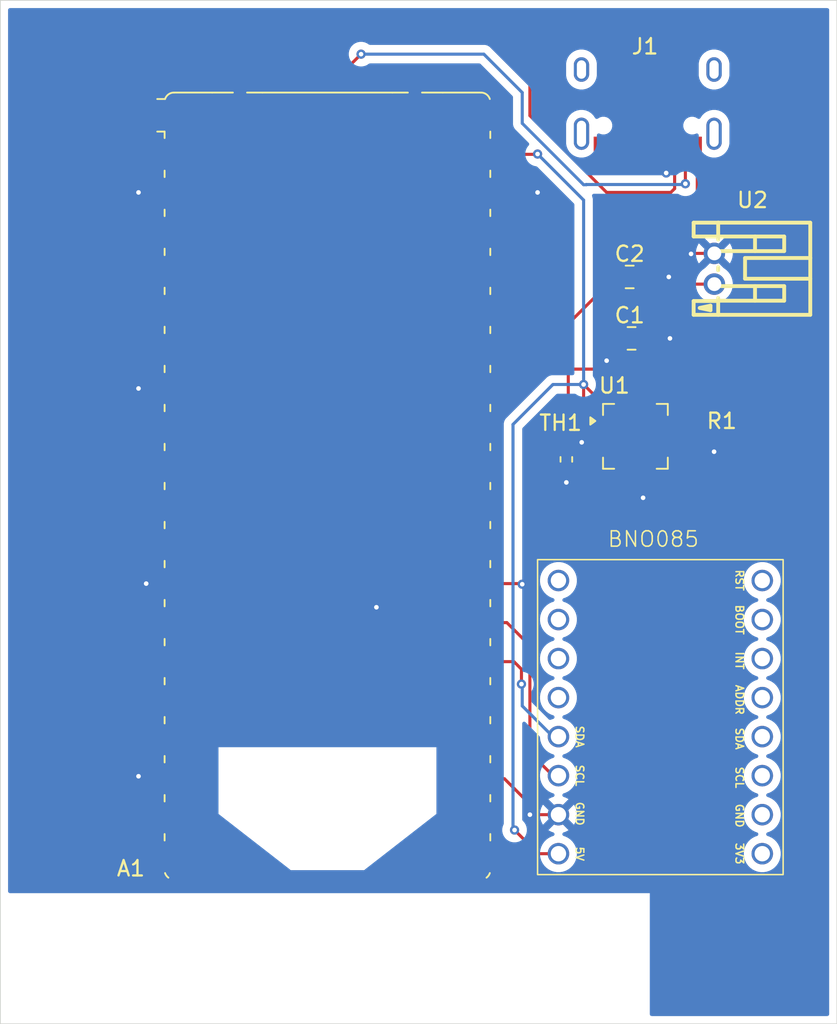
<source format=kicad_pcb>
(kicad_pcb (version 20241229) (generator "pcbnew") (generator_version "9.0")
  (layers (0 "F.Cu" signal) (2 "B.Cu" signal) (13 "F.Paste" user) (15 "B.Paste" user) (5 "F.SilkS" user "F.Silkscreen") (7 "B.SilkS" user "B.Silkscreen") (1 "F.Mask" user) (3 "B.Mask" user) (25 "Edge.Cuts" user))
  (net 0 "")
  (net 13 "Net-(A1-USB_DM)")
  (net 20 "Net-(A1-GPIO20)")
  (net 33 "Net-(A1-VSYS)")
  (net 37 "Net-(A1-USB_DP)")
  (net 40 "Net-(J1-VBUS)")
  (net 41 "Net-(U1-PROG1)")
  (net 42 "Net-(U1-THERM)")
  (net 54 "GND")
  (net 56 "Net-(A1-GPIO21)")
  (net 57 "Net-(U1-V_{BAT_SENSE})")
  (footprint "Project_Footprints:HRO-TYPE-C-31-M-12" (layer "F.Cu") (at 148.68 61.4 180)
    (property "Reference" "J1" (at 0.18 -1.1 0) (layer "F.SilkS"))
    (property "Value" "USB_C")
    (pad "" np_thru_hole circle (at -2.89 -6.25 180) (size 0.65 0.65) (drill 0.65) (layers "*.Cu" "*.Mask"))
    (pad "" np_thru_hole circle (at 2.89 -6.25 180) (size 0.65 0.65) (drill 0.65) (layers "*.Cu" "*.Mask"))
    (pad "1" smd rect (at -3.225 -7.695 180) (size 0.6 1.45) (layers "F.Cu" "F.Mask" "F.Paste") (net 40 "Net-(J1-VBUS)"))
    (pad "2" smd rect (at -2.45 -7.695 180) (size 0.6 1.45) (layers "F.Cu" "F.Mask" "F.Paste") (net 13 "Net-(A1-USB_DM)"))
    (pad "3" smd rect (at -1.75 -7.695 180) (size 0.3 1.45) (layers "F.Cu" "F.Mask" "F.Paste") (net 37 "Net-(A1-USB_DP)"))
    (pad "4" smd rect (at -1.25 -7.695 180) (size 0.3 1.45) (layers "F.Cu" "F.Mask" "F.Paste") (net 54 "GND"))
    (pad "5" smd rect (at -0.75 -7.695 180) (size 0.3 1.45) (layers "F.Cu" "F.Mask" "F.Paste") (net 54 "GND"))
    (pad "6" smd rect (at -0.25 -7.695 180) (size 0.3 1.45) (layers "F.Cu" "F.Mask" "F.Paste"))
    (pad "7" smd rect (at 0.25 -7.695 180) (size 0.3 1.45) (layers "F.Cu" "F.Mask" "F.Paste"))
    (pad "8" smd rect (at 0.75 -7.695 180) (size 0.3 1.45) (layers "F.Cu" "F.Mask" "F.Paste"))
    (pad "9" smd rect (at 1.25 -7.695 180) (size 0.3 1.45) (layers "F.Cu" "F.Mask" "F.Paste"))
    (pad "10" smd rect (at 1.75 -7.695 180) (size 0.3 1.45) (layers "F.Cu" "F.Mask" "F.Paste"))
    (pad "11" smd rect (at 2.45 -7.695 180) (size 0.6 1.45) (layers "F.Cu" "F.Mask" "F.Paste"))
    (pad "12" smd rect (at 3.225 -7.695 180) (size 0.6 1.45) (layers "F.Cu" "F.Mask" "F.Paste"))
    (pad "13" thru_hole oval (at -4.32 -6.78 180) (size 1 2.1) (drill oval 0.6 1.7) (layers "*.Cu" "B.Mask"))
    (pad "13" thru_hole oval (at -4.32 -2.6 180) (size 1 1.6) (drill oval 0.6 1.2) (layers "*.Cu" "B.Mask"))
    (pad "13" thru_hole oval (at 4.32 -6.78 180) (size 1 2.1) (drill oval 0.6 1.7) (layers "*.Cu" "B.Mask"))
    (pad "13" thru_hole oval (at 4.32 -2.6 180) (size 1 1.6) (drill oval 0.6 1.2) (layers "*.Cu" "B.Mask"))
  )
  (footprint "Resistor_SMD:R_0402_1005Metric" (layer "F.Cu") (at 143.375 89.375 90)
    (property "Reference" "TH1" (at 2.375 -0.375 180) (layer "F.SilkS"))
    (property "Value" "10kΩ")
    (fp_line (start -0.153641 -0.38) (end 0.153641 -0.38) (stroke (width 0.12)) (layer "F.SilkS"))
    (fp_line (start -0.153641 0.38) (end 0.153641 0.38) (stroke (width 0.12)) (layer "F.SilkS"))
    (pad "1" smd roundrect (at -0.51 0 90) (size 0.54 0.64) (layers "F.Cu" "F.Mask" "F.Paste") (net 54 "GND"))
    (pad "2" smd roundrect (at 0.51 0 90) (size 0.54 0.64) (layers "F.Cu" "F.Mask" "F.Paste") (net 42 "Net-(U1-THERM)"))
  )
  (footprint "Project_Footprints:BNO085 Halley" (layer "F.Cu") (at 156.14 97.26 -90)
    (property "Reference" "BNO085_Halley1")
    (property "Value" "~")
    (fp_rect (start -1.36 -1.36) (end 19.14 14.64) (stroke (width 0.1)) (fill no) (layer "F.SilkS"))
    (fp_text user "INT" (at 4.572 1.778 270) (layer "F.SilkS") (effects (font (size 0.5 0.5) (thickness 0.1)) (justify left bottom)))
    (fp_text user "5V" (at 17.272 12.192 270) (layer "F.SilkS") (effects (font (size 0.5 0.5) (thickness 0.1)) (justify left bottom)))
    (fp_text user "BNO085" (at -2.11 10.14 0) (layer "F.SilkS") (effects (font (thickness 0.1)) (justify left bottom)))
    (fp_text user "GND" (at 14.351 12.192 270) (layer "F.SilkS") (effects (font (size 0.5 0.5) (thickness 0.1)) (justify left bottom)))
    (fp_text user "ADDR" (at 6.731 1.778 270) (layer "F.SilkS") (effects (font (size 0.5 0.5) (thickness 0.1)) (justify left bottom)))
    (fp_text user "BOOT" (at 1.524 1.778 270) (layer "F.SilkS") (effects (font (size 0.5 0.5) (thickness 0.1)) (justify left bottom)))
    (fp_text user "SDA" (at 9.525 1.778 270) (layer "F.SilkS") (effects (font (size 0.5 0.5) (thickness 0.1)) (justify left bottom)))
    (fp_text user "SCL" (at 12.065 1.778 270) (layer "F.SilkS") (effects (font (size 0.5 0.5) (thickness 0.1)) (justify left bottom)))
    (fp_text user "SDA" (at 9.398 12.192 270) (layer "F.SilkS") (effects (font (size 0.5 0.5) (thickness 0.1)) (justify left bottom)))
    (fp_text user "SCL" (at 11.938 12.192 270) (layer "F.SilkS") (effects (font (size 0.5 0.5) (thickness 0.1)) (justify left bottom)))
    (fp_text user "RST" (at -0.762 1.778 270) (layer "F.SilkS") (effects (font (size 0.5 0.5) (thickness 0.1)) (justify left bottom)))
    (fp_text user "3V3" (at 17.018 1.778 270) (layer "F.SilkS") (effects (font (size 0.5 0.5) (thickness 0.1)) (justify left bottom)))
    (fp_text user "GND" (at 14.478 1.778 270) (layer "F.SilkS") (effects (font (size 0.5 0.5) (thickness 0.1)) (justify left bottom)))
    (pad "1" thru_hole circle (at 0 0 270) (size 1.4 1.4) (drill 1) (layers "*.Cu" "*.Mask"))
    (pad "2" thru_hole circle (at 2.54 0 270) (size 1.4 1.4) (drill 1) (layers "*.Cu" "*.Mask"))
    (pad "3" thru_hole circle (at 5.08 0 270) (size 1.4 1.4) (drill 1) (layers "*.Cu" "*.Mask"))
    (pad "4" thru_hole circle (at 7.62 0 270) (size 1.4 1.4) (drill 1) (layers "*.Cu" "*.Mask"))
    (pad "5" thru_hole circle (at 10.16 0 270) (size 1.4 1.4) (drill 1) (layers "*.Cu" "*.Mask"))
    (pad "6" thru_hole circle (at 12.7 0 270) (size 1.4 1.4) (drill 1) (layers "*.Cu" "*.Mask"))
    (pad "7" thru_hole circle (at 15.24 0 270) (size 1.4 1.4) (drill 1) (layers "*.Cu" "*.Mask"))
    (pad "8" thru_hole circle (at 17.78 0 270) (size 1.4 1.4) (drill 1) (layers "*.Cu" "*.Mask"))
    (pad "9" thru_hole circle (at 0 13.28 270) (size 1.4 1.4) (drill 1) (layers "*.Cu" "*.Mask"))
    (pad "10" thru_hole circle (at 2.54 13.28 270) (size 1.4 1.4) (drill 1) (layers "*.Cu" "*.Mask"))
    (pad "11" thru_hole circle (at 5.08 13.28 270) (size 1.4 1.4) (drill 1) (layers "*.Cu" "*.Mask"))
    (pad "12" thru_hole circle (at 7.62 13.28 270) (size 1.4 1.4) (drill 1) (layers "*.Cu" "*.Mask"))
    (pad "13" thru_hole circle (at 10.16 13.28 270) (size 1.4 1.4) (drill 1) (layers "*.Cu" "*.Mask") (net 20 "Net-(A1-GPIO20)"))
    (pad "14" thru_hole circle (at 12.7 13.28 270) (size 1.4 1.4) (drill 1) (layers "*.Cu" "*.Mask") (net 56 "Net-(A1-GPIO21)"))
    (pad "15" thru_hole circle (at 15.24 13.28 270) (size 1.4 1.4) (drill 1) (layers "*.Cu" "*.Mask") (net 54 "GND"))
    (pad "16" thru_hole circle (at 17.78 13.28 270) (size 1.4 1.4) (drill 1) (layers "*.Cu" "*.Mask") (net 33 "Net-(A1-VSYS)"))
  )
  (footprint "Resistor_SMD:R_0201_0603Metric" (layer "F.Cu") (at 151.875 87.875 180)
    (property "Reference" "R1" (at -1.625 1 0) (layer "F.SilkS"))
    (property "Value" "2K")
    (pad "1" smd roundrect (at -0.32 0 180) (size 0.46 0.4) (layers "F.Cu" "F.Mask") (net 54 "GND"))
    (pad "2" smd roundrect (at 0.32 0 180) (size 0.46 0.4) (layers "F.Cu" "F.Mask") (net 41 "Net-(U1-PROG1)"))
  )
  (footprint "Capacitor_SMD:C_0805_2012Metric" (layer "F.Cu") (at 147.625 81.5)
    (property "Reference" "C1" (at -0.125 -1.5 0) (layer "F.SilkS"))
    (property "Value" "4.7uF")
    (fp_line (start -0.261252 -0.735) (end 0.261252 -0.735) (stroke (width 0.12)) (layer "F.SilkS"))
    (fp_line (start -0.261252 0.735) (end 0.261252 0.735) (stroke (width 0.12)) (layer "F.SilkS"))
    (pad "1" smd roundrect (at -0.95 0) (size 1 1.45) (layers "F.Cu" "F.Mask" "F.Paste") (net 57 "Net-(U1-V_{BAT_SENSE})"))
    (pad "2" smd roundrect (at 0.95 0) (size 1 1.45) (layers "F.Cu" "F.Mask" "F.Paste") (net 54 "GND"))
  )
  (footprint "Capacitor_SMD:C_0805_2012Metric" (layer "F.Cu") (at 147.5 77.5 180)
    (property "Reference" "C2" (at 0 1.5 0) (layer "F.SilkS"))
    (property "Value" "10uF")
    (fp_line (start -0.261252 0.735) (end 0.261252 0.735) (stroke (width 0.12)) (layer "F.SilkS"))
    (fp_line (start -0.261252 -0.735) (end 0.261252 -0.735) (stroke (width 0.12)) (layer "F.SilkS"))
    (pad "1" smd roundrect (at -0.95 0 180) (size 1 1.45) (layers "F.Cu" "F.Mask" "F.Paste") (net 54 "GND"))
    (pad "2" smd roundrect (at 0.95 0 180) (size 1 1.45) (layers "F.Cu" "F.Mask" "F.Paste") (net 40 "Net-(J1-VBUS)"))
  )
  (footprint "Package_DFN_QFN:QFN-20-1EP_4x4mm_P0.5mm_EP2.5x2.5mm" (layer "F.Cu") (at 147.875 87.875)
    (property "Reference" "U1" (at -1.375 -3.3 0) (layer "F.SilkS"))
    (property "Value" "MCP73871")
    (fp_line (start -2.11 -2.11) (end -1.385 -2.11) (stroke (width 0.12)) (layer "F.SilkS"))
    (fp_line (start -2.11 -1.385) (end -2.11 -2.11) (stroke (width 0.12)) (layer "F.SilkS"))
    (fp_line (start -2.11 2.11) (end -2.11 1.385) (stroke (width 0.12)) (layer "F.SilkS"))
    (fp_line (start -1.385 2.11) (end -2.11 2.11) (stroke (width 0.12)) (layer "F.SilkS"))
    (fp_line (start 1.385 -2.11) (end 2.11 -2.11) (stroke (width 0.12)) (layer "F.SilkS"))
    (fp_line (start 2.11 -2.11) (end 2.11 -1.385) (stroke (width 0.12)) (layer "F.SilkS"))
    (fp_line (start 2.11 1.385) (end 2.11 2.11) (stroke (width 0.12)) (layer "F.SilkS"))
    (fp_line (start 2.11 2.11) (end 1.385 2.11) (stroke (width 0.12)) (layer "F.SilkS"))
    (fp_poly (pts (xy -2.61 -1) (xy -2.94 -0.76) (xy -2.94 -1.24)) (stroke (width 0.12)) (fill yes) (layer "F.SilkS"))
    (pad "1" smd roundrect (at -1.9375 -1) (size 0.825 0.25) (layers "F.Cu" "F.Mask" "F.Paste") (net 33 "Net-(A1-VSYS)"))
    (pad "2" smd roundrect (at -1.9375 -0.5) (size 0.825 0.25) (layers "F.Cu" "F.Mask" "F.Paste") (net 40 "Net-(J1-VBUS)"))
    (pad "3" smd roundrect (at -1.9375 0) (size 0.825 0.25) (layers "F.Cu" "F.Mask" "F.Paste") (net 54 "GND"))
    (pad "4" smd roundrect (at -1.9375 0.5) (size 0.825 0.25) (layers "F.Cu" "F.Mask" "F.Paste") (net 54 "GND"))
    (pad "5" smd roundrect (at -1.9375 1) (size 0.825 0.25) (layers "F.Cu" "F.Mask" "F.Paste") (net 42 "Net-(U1-THERM)"))
    (pad "6" smd roundrect (at -1 1.9375) (size 0.25 0.825) (layers "F.Cu" "F.Mask" "F.Paste"))
    (pad "7" smd roundrect (at -0.5 1.9375) (size 0.25 0.825) (layers "F.Cu" "F.Mask" "F.Paste"))
    (pad "8" smd roundrect (at 0 1.9375) (size 0.25 0.825) (layers "F.Cu" "F.Mask" "F.Paste"))
    (pad "9" smd roundrect (at 0.5 1.9375) (size 0.25 0.825) (layers "F.Cu" "F.Mask" "F.Paste") (net 54 "GND"))
    (pad "10" smd roundrect (at 1 1.9375) (size 0.25 0.825) (layers "F.Cu" "F.Mask" "F.Paste") (net 54 "GND"))
    (pad "11" smd roundrect (at 1.9375 1) (size 0.825 0.25) (layers "F.Cu" "F.Mask" "F.Paste") (net 54 "GND"))
    (pad "12" smd roundrect (at 1.9375 0.5) (size 0.825 0.25) (layers "F.Cu" "F.Mask" "F.Paste") (net 54 "GND"))
    (pad "13" smd roundrect (at 1.9375 0) (size 0.825 0.25) (layers "F.Cu" "F.Mask" "F.Paste") (net 41 "Net-(U1-PROG1)"))
    (pad "14" smd roundrect (at 1.9375 -0.5) (size 0.825 0.25) (layers "F.Cu" "F.Mask" "F.Paste") (net 57 "Net-(U1-V_{BAT_SENSE})"))
    (pad "15" smd roundrect (at 1.9375 -1) (size 0.825 0.25) (layers "F.Cu" "F.Mask" "F.Paste") (net 57 "Net-(U1-V_{BAT_SENSE})"))
    (pad "16" smd roundrect (at 1 -1.9375) (size 0.25 0.825) (layers "F.Cu" "F.Mask" "F.Paste") (net 57 "Net-(U1-V_{BAT_SENSE})"))
    (pad "17" smd roundrect (at 0.5 -1.9375) (size 0.25 0.825) (layers "F.Cu" "F.Mask" "F.Paste") (net 54 "GND"))
    (pad "18" smd roundrect (at 0 -1.9375) (size 0.25 0.825) (layers "F.Cu" "F.Mask" "F.Paste") (net 40 "Net-(J1-VBUS)"))
    (pad "19" smd roundrect (at -0.5 -1.9375) (size 0.25 0.825) (layers "F.Cu" "F.Mask" "F.Paste") (net 40 "Net-(J1-VBUS)"))
    (pad "20" smd roundrect (at -1 -1.9375) (size 0.25 0.825) (layers "F.Cu" "F.Mask" "F.Paste") (net 33 "Net-(A1-VSYS)"))
    (pad "21" smd rect (at 0 0) (size 2.5 2.5) (property pad_prop_heatsink) (layers "F.Cu" "F.Mask") (net 54 "GND"))
  )
  (footprint "PCM_JLCPCB_Connectors:CONN-TH_S2B-PH-K-S-GW" (layer "F.Cu") (at 153.0175 76.9675 -90)
    (property "Reference" "U2" (at -4.4675 -2.4825 180) (layer "F.SilkS"))
    (property "Value" "S2B-PH-K-S-GW")
    (fp_line (start -3 1.35) (end -2.1 1.35) (stroke (width 0.25)) (layer "F.SilkS"))
    (fp_line (start -2.1 1.35) (end -2.1 -0.25) (stroke (width 0.25)) (layer "F.SilkS"))
    (fp_line (start 2.1 1.35) (end 2.1 -0.25) (stroke (width 0.25)) (layer "F.SilkS"))
    (fp_line (start 3 1.35) (end 2.1 1.35) (stroke (width 0.25)) (layer "F.SilkS"))
    (fp_line (start 2.55 0.95) (end 2.4 0.25) (stroke (width 0.25)) (layer "F.SilkS"))
    (fp_line (start 2.4 0.25) (end 2.7 0.25) (stroke (width 0.25)) (layer "F.SilkS"))
    (fp_line (start 2.7 0.25) (end 2.55 0.95) (stroke (width 0.25)) (layer "F.SilkS"))
    (fp_line (start -3 -0.25) (end -3 1.35) (stroke (width 0.25)) (layer "F.SilkS"))
    (fp_line (start -3 -0.25) (end -1.9 -0.25) (stroke (width 0.25)) (layer "F.SilkS"))
    (fp_line (start -3 -0.25) (end -3 -6.25) (stroke (width 0.25)) (layer "F.SilkS"))
    (fp_line (start -2.1 -0.25) (end -2.1 -4.55) (stroke (width 0.25)) (layer "F.SilkS"))
    (fp_line (start -0.1 -0.25) (end 0.1 -0.25) (stroke (width 0.25)) (layer "F.SilkS"))
    (fp_line (start 1.13 -0.25) (end 1.13 -4.55) (stroke (width 0.25)) (layer "F.SilkS"))
    (fp_line (start 1.9 -0.25) (end 3 -0.25) (stroke (width 0.25)) (layer "F.SilkS"))
    (fp_line (start 3 -0.25) (end 3 1.35) (stroke (width 0.25)) (layer "F.SilkS"))
    (fp_line (start -0.7 -2) (end 0.65 -2) (stroke (width 0.25)) (layer "F.SilkS"))
    (fp_line (start 0.65 -2) (end 0.65 -6.25) (stroke (width 0.25)) (layer "F.SilkS"))
    (fp_line (start -2.1 -2.65) (end -1.15 -2.65) (stroke (width 0.25)) (layer "F.SilkS"))
    (fp_line (start 1.13 -2.65) (end 2.08 -2.65) (stroke (width 0.25)) (layer "F.SilkS"))
    (fp_line (start -2.1 -4.55) (end -1.15 -4.55) (stroke (width 0.25)) (layer "F.SilkS"))
    (fp_line (start -1.15 -4.55) (end -1.15 -0.25) (stroke (width 0.25)) (layer "F.SilkS"))
    (fp_line (start 1.13 -4.55) (end 2.08 -4.55) (stroke (width 0.25)) (layer "F.SilkS"))
    (fp_line (start 2.08 -4.55) (end 2.08 -0.25) (stroke (width 0.25)) (layer "F.SilkS"))
    (fp_line (start -3 -6.25) (end 3 -6.25) (stroke (width 0.25)) (layer "F.SilkS"))
    (fp_line (start -0.7 -6.25) (end -0.7 -2) (stroke (width 0.25)) (layer "F.SilkS"))
    (fp_line (start -0.7 -6.25) (end -0.7 -6.25) (stroke (width 0.25)) (layer "F.SilkS"))
    (fp_line (start 3 -6.25) (end 3 -0.25) (stroke (width 0.25)) (layer "F.SilkS"))
    (pad "1" thru_hole circle (at 1 0 270) (size 1.4 1.4) (drill 0.900024) (layers "*.Cu" "*.Mask") (net 57 "Net-(U1-V_{BAT_SENSE})"))
    (pad "2" thru_hole circle (at -1 0 270) (size 1.4 1.4) (drill 0.900024) (layers "*.Cu" "*.Mask") (net 54 "GND"))
  )
  (footprint "Module:RaspberryPi_Pico_W_SMD" (layer "F.Cu") (at 127.81 91.11)
    (property "Reference" "A1" (at -13.81 24.89 0) (layer "F.SilkS") (effects (justify left)))
    (property "Value" "RaspberryPi_Pico_W")
    (fp_line (start -10.61 -23.07) (end -11.09 -23.07) (stroke (width 0.12)) (layer "F.SilkS"))
    (fp_line (start -10.61 -23.07) (end -10.61 -22.65) (stroke (width 0.12)) (layer "F.SilkS"))
    (fp_line (start -10.61 -20.53) (end -10.61 -20.11) (stroke (width 0.12)) (layer "F.SilkS"))
    (fp_line (start -10.61 -17.99) (end -10.61 -17.57) (stroke (width 0.12)) (layer "F.SilkS"))
    (fp_line (start -10.61 -15.45) (end -10.61 -15.03) (stroke (width 0.12)) (layer "F.SilkS"))
    (fp_line (start -10.61 -12.91) (end -10.61 -12.49) (stroke (width 0.12)) (layer "F.SilkS"))
    (fp_line (start -10.61 -10.37) (end -10.61 -9.95) (stroke (width 0.12)) (layer "F.SilkS"))
    (fp_line (start -10.61 -7.83) (end -10.61 -7.41) (stroke (width 0.12)) (layer "F.SilkS"))
    (fp_line (start -10.61 -5.29) (end -10.61 -4.87) (stroke (width 0.12)) (layer "F.SilkS"))
    (fp_line (start -10.61 -2.75) (end -10.61 -2.33) (stroke (width 0.12)) (layer "F.SilkS"))
    (fp_line (start -10.61 -0.21) (end -10.61 0.21) (stroke (width 0.12)) (layer "F.SilkS"))
    (fp_line (start -10.61 2.33) (end -10.61 2.75) (stroke (width 0.12)) (layer "F.SilkS"))
    (fp_line (start -10.61 4.87) (end -10.61 5.29) (stroke (width 0.12)) (layer "F.SilkS"))
    (fp_line (start -10.61 7.41) (end -10.61 7.83) (stroke (width 0.12)) (layer "F.SilkS"))
    (fp_line (start -10.61 9.95) (end -10.61 10.37) (stroke (width 0.12)) (layer "F.SilkS"))
    (fp_line (start -10.61 12.49) (end -10.61 12.91) (stroke (width 0.12)) (layer "F.SilkS"))
    (fp_line (start -10.61 15.03) (end -10.61 15.45) (stroke (width 0.12)) (layer "F.SilkS"))
    (fp_line (start -10.61 17.57) (end -10.61 17.99) (stroke (width 0.12)) (layer "F.SilkS"))
    (fp_line (start -10.61 20.11) (end -10.61 20.53) (stroke (width 0.12)) (layer "F.SilkS"))
    (fp_line (start -10.61 22.65) (end -10.61 23.07) (stroke (width 0.12)) (layer "F.SilkS"))
    (fp_line (start -10.579676 -25.19) (end -11.09 -25.19) (stroke (width 0.12)) (layer "F.SilkS"))
    (fp_line (start -10 -25.61) (end -7.51 -25.61) (stroke (width 0.12)) (layer "F.SilkS"))
    (fp_line (start -7.51 -25.61) (end -6.16206 -25.61) (stroke (width 0.12)) (layer "F.SilkS"))
    (fp_line (start -5.237939 -25.61) (end -4.235 -25.61) (stroke (width 0.12)) (layer "F.SilkS"))
    (fp_line (start -4.235 -25.61) (end 4.235 -25.61) (stroke (width 0.12)) (layer "F.SilkS"))
    (fp_line (start 4.235 -25.61) (end 5.237939 -25.61) (stroke (width 0.12)) (layer "F.SilkS"))
    (fp_line (start 6.162061 -25.61) (end 7.51 -25.61) (stroke (width 0.12)) (layer "F.SilkS"))
    (fp_line (start 10 -25.61) (end 7.51 -25.61) (stroke (width 0.12)) (layer "F.SilkS"))
    (fp_line (start 10.61 -23.07) (end 10.61 -22.65) (stroke (width 0.12)) (layer "F.SilkS"))
    (fp_line (start 10.61 -20.53) (end 10.61 -20.11) (stroke (width 0.12)) (layer "F.SilkS"))
    (fp_line (start 10.61 -17.99) (end 10.61 -17.57) (stroke (width 0.12)) (layer "F.SilkS"))
    (fp_line (start 10.61 -15.45) (end 10.61 -15.03) (stroke (width 0.12)) (layer "F.SilkS"))
    (fp_line (start 10.61 -12.91) (end 10.61 -12.49) (stroke (width 0.12)) (layer "F.SilkS"))
    (fp_line (start 10.61 -10.37) (end 10.61 -9.95) (stroke (width 0.12)) (layer "F.SilkS"))
    (fp_line (start 10.61 -7.83) (end 10.61 -7.41) (stroke (width 0.12)) (layer "F.SilkS"))
    (fp_line (start 10.61 -5.29) (end 10.61 -4.87) (stroke (width 0.12)) (layer "F.SilkS"))
    (fp_line (start 10.61 -2.75) (end 10.61 -2.33) (stroke (width 0.12)) (layer "F.SilkS"))
    (fp_line (start 10.61 -0.21) (end 10.61 0.21) (stroke (width 0.12)) (layer "F.SilkS"))
    (fp_line (start 10.61 2.33) (end 10.61 2.75) (stroke (width 0.12)) (layer "F.SilkS"))
    (fp_line (start 10.61 4.87) (end 10.61 5.29) (stroke (width 0.12)) (layer "F.SilkS"))
    (fp_line (start 10.61 7.41) (end 10.61 7.83) (stroke (width 0.12)) (layer "F.SilkS"))
    (fp_line (start 10.61 9.95) (end 10.61 10.37) (stroke (width 0.12)) (layer "F.SilkS"))
    (fp_line (start 10.61 12.49) (end 10.61 12.91) (stroke (width 0.12)) (layer "F.SilkS"))
    (fp_line (start 10.61 15.03) (end 10.61 15.45) (stroke (width 0.12)) (layer "F.SilkS"))
    (fp_line (start 10.61 17.57) (end 10.61 17.99) (stroke (width 0.12)) (layer "F.SilkS"))
    (fp_line (start 10.61 20.11) (end 10.61 20.53) (stroke (width 0.12)) (layer "F.SilkS"))
    (fp_line (start 10.61 22.65) (end 10.61 23.07) (stroke (width 0.12)) (layer "F.SilkS"))
    (fp_arc (start -10.579676 -25.19) (mid -10.357938 -25.493944) (end -10 -25.61) (stroke (width 0.12)) (layer "F.SilkS"))
    (fp_arc (start -10.363318 25.49) (mid -10.494791 25.356765) (end -10.579676 25.189937) (stroke (width 0.12)) (layer "F.SilkS"))
    (fp_arc (start 10 -25.61) (mid 10.357937 -25.493944) (end 10.579676 -25.189937) (stroke (width 0.12)) (layer "F.SilkS"))
    (fp_arc (start 10.579676 25.189937) (mid 10.494813 25.35678) (end 10.363318 25.49) (stroke (width 0.12)) (layer "F.SilkS"))
    (pad "" smd rect (at -8.89 -24.13) (size 3.8 2.2) (drill (offset -0.8 0)) (layers "F.Paste"))
    (pad "" smd rect (at -8.89 -21.59) (size 3.8 2.2) (drill (offset -0.8 0)) (layers "F.Paste"))
    (pad "" smd rect (at -8.89 -19.05) (size 3.8 2.2) (drill (offset -0.8 0)) (layers "F.Paste"))
    (pad "" smd rect (at -8.89 -16.51) (size 3.8 2.2) (drill (offset -0.8 0)) (layers "F.Paste"))
    (pad "" smd rect (at -8.89 -13.97) (size 3.8 2.2) (drill (offset -0.8 0)) (layers "F.Paste"))
    (pad "" smd rect (at -8.89 -11.43) (size 3.8 2.2) (drill (offset -0.8 0)) (layers "F.Paste"))
    (pad "" smd rect (at -8.89 -8.89) (size 3.8 2.2) (drill (offset -0.8 0)) (layers "F.Paste"))
    (pad "" smd rect (at -8.89 -6.35) (size 3.8 2.2) (drill (offset -0.8 0)) (layers "F.Paste"))
    (pad "" smd rect (at -8.89 -3.81) (size 3.8 2.2) (drill (offset -0.8 0)) (layers "F.Paste"))
    (pad "" smd rect (at -8.89 -1.27) (size 3.8 2.2) (drill (offset -0.8 0)) (layers "F.Paste"))
    (pad "" smd rect (at -8.89 1.27) (size 3.8 2.2) (drill (offset -0.8 0)) (layers "F.Paste"))
    (pad "" smd rect (at -8.89 3.81) (size 3.8 2.2) (drill (offset -0.8 0)) (layers "F.Paste"))
    (pad "" smd rect (at -8.89 6.35) (size 3.8 2.2) (drill (offset -0.8 0)) (layers "F.Paste"))
    (pad "" smd rect (at -8.89 8.89) (size 3.8 2.2) (drill (offset -0.8 0)) (layers "F.Paste"))
    (pad "" smd rect (at -8.89 11.43) (size 3.8 2.2) (drill (offset -0.8 0)) (layers "F.Paste"))
    (pad "" smd rect (at -8.89 13.97) (size 3.8 2.2) (drill (offset -0.8 0)) (layers "F.Paste"))
    (pad "" smd rect (at -8.89 16.51) (size 3.8 2.2) (drill (offset -0.8 0)) (layers "F.Paste"))
    (pad "" smd rect (at -8.89 19.05) (size 3.8 2.2) (drill (offset -0.8 0)) (layers "F.Paste"))
    (pad "" smd rect (at -8.89 21.59) (size 3.8 2.2) (drill (offset -0.8 0)) (layers "F.Paste"))
    (pad "" smd rect (at -8.89 24.13) (size 3.8 2.2) (drill (offset -0.8 0)) (layers "F.Paste"))
    (pad "" smd oval (at -2.725 -24) (size 1.1 1.8) (layers "F.Cu" "F.Mask" "F.Paste"))
    (pad "" smd oval (at -2.425 -20.97) (size 1.05 1.45) (layers "F.Cu" "F.Mask" "F.Paste"))
    (pad "" smd oval (at 2.425 -20.97) (size 1.05 1.45) (layers "F.Cu" "F.Mask" "F.Paste"))
    (pad "" smd oval (at 2.725 -24) (size 1.1 1.8) (layers "F.Cu" "F.Mask" "F.Paste"))
    (pad "" smd rect (at 8.89 -24.13) (size 3.8 2.2) (drill (offset 0.8 0)) (layers "F.Paste"))
    (pad "" smd rect (at 8.89 -21.59) (size 3.8 2.2) (drill (offset 0.8 0)) (layers "F.Paste"))
    (pad "" smd rect (at 8.89 -19.05) (size 3.8 2.2) (drill (offset 0.8 0)) (layers "F.Paste"))
    (pad "" smd rect (at 8.89 -16.51) (size 3.8 2.2) (drill (offset 0.8 0)) (layers "F.Paste"))
    (pad "" smd rect (at 8.89 -13.97) (size 3.8 2.2) (drill (offset 0.8 0)) (layers "F.Paste"))
    (pad "" smd rect (at 8.89 -11.43) (size 3.8 2.2) (drill (offset 0.8 0)) (layers "F.Paste"))
    (pad "" smd rect (at 8.89 -8.89) (size 3.8 2.2) (drill (offset 0.8 0)) (layers "F.Paste"))
    (pad "" smd rect (at 8.89 -6.35) (size 3.8 2.2) (drill (offset 0.8 0)) (layers "F.Paste"))
    (pad "" smd rect (at 8.89 -3.81) (size 3.8 2.2) (drill (offset 0.8 0)) (layers "F.Paste"))
    (pad "" smd rect (at 8.89 -1.27) (size 3.8 2.2) (drill (offset 0.8 0)) (layers "F.Paste"))
    (pad "" smd rect (at 8.89 1.27) (size 3.8 2.2) (drill (offset 0.8 0)) (layers "F.Paste"))
    (pad "" smd rect (at 8.89 3.81) (size 3.8 2.2) (drill (offset 0.8 0)) (layers "F.Paste"))
    (pad "" smd rect (at 8.89 6.35) (size 3.8 2.2) (drill (offset 0.8 0)) (layers "F.Paste"))
    (pad "" smd rect (at 8.89 8.89) (size 3.8 2.2) (drill (offset 0.8 0)) (layers "F.Paste"))
    (pad "" smd rect (at 8.89 11.43) (size 3.8 2.2) (drill (offset 0.8 0)) (layers "F.Paste"))
    (pad "" smd rect (at 8.89 13.97) (size 3.8 2.2) (drill (offset 0.8 0)) (layers "F.Paste"))
    (pad "" smd rect (at 8.89 16.51) (size 3.8 2.2) (drill (offset 0.8 0)) (layers "F.Paste"))
    (pad "" smd rect (at 8.89 19.05) (size 3.8 2.2) (drill (offset 0.8 0)) (layers "F.Paste"))
    (pad "" smd rect (at 8.89 21.59) (size 3.8 2.2) (drill (offset 0.8 0)) (layers "F.Paste"))
    (pad "" smd rect (at 8.89 24.13) (size 3.8 2.2) (drill (offset 0.8 0)) (layers "F.Paste"))
    (pad "1" smd custom (at -9.69 -24.13) (size 1.6 0.8) (layers "F.Cu" "F.Mask") (options (clearance outline) (anchor rect)) (primitives (gr_circle (center 0.8 0) (end 1.6 0) (width 0) (fill yes)) (gr_poly (pts (xy -1.6 -0.6) (xy -1.6 0.6) (xy -1.4 0.8) (xy 0.8 0.8) (xy 0.8 -0.8) (xy -1.4 -0.8)) (width 0) (fill yes)) (gr_circle (center -1.4 -0.6) (end -1.2 -0.6) (width 0) (fill yes)) (gr_circle (center -1.4 0.6) (end -1.2 0.6) (width 0) (fill yes))))
    (pad "2" smd roundrect (at -9.69 -21.59) (size 3.2 1.6) (layers "F.Cu" "F.Mask") (roundrect_rratio 0.5))
    (pad "3" smd custom (at -9.69 -19.05) (size 1.6 0.8) (layers "F.Cu" "F.Mask") (net 54 "GND") (options (clearance outline) (anchor rect)) (primitives (gr_circle (center -0.8 0) (end 0 0) (width 0) (fill yes)) (gr_poly (pts (xy 1.6 -0.6) (xy 1.6 0.6) (xy 1.4 0.8) (xy -0.8 0.8) (xy -0.8 -0.8) (xy 1.4 -0.8)) (width 0) (fill yes)) (gr_circle (center 1.4 -0.6) (end 1.6 -0.6) (width 0) (fill yes)) (gr_circle (center 1.4 0.6) (end 1.6 0.6) (width 0) (fill yes))))
    (pad "4" smd roundrect (at -9.69 -16.51) (size 3.2 1.6) (layers "F.Cu" "F.Mask") (roundrect_rratio 0.5))
    (pad "5" smd roundrect (at -9.69 -13.97) (size 3.2 1.6) (layers "F.Cu" "F.Mask") (roundrect_rratio 0.5))
    (pad "6" smd roundrect (at -9.69 -11.43) (size 3.2 1.6) (layers "F.Cu" "F.Mask") (roundrect_rratio 0.5))
    (pad "7" smd roundrect (at -9.69 -8.89) (size 3.2 1.6) (layers "F.Cu" "F.Mask") (roundrect_rratio 0.5))
    (pad "8" smd custom (at -9.69 -6.35) (size 1.6 0.8) (layers "F.Cu" "F.Mask") (net 54 "GND") (options (clearance outline) (anchor rect)) (primitives (gr_circle (center -0.8 0) (end 0 0) (width 0) (fill yes)) (gr_poly (pts (xy 1.6 -0.6) (xy 1.6 0.6) (xy 1.4 0.8) (xy -0.8 0.8) (xy -0.8 -0.8) (xy 1.4 -0.8)) (width 0) (fill yes)) (gr_circle (center 1.4 -0.6) (end 1.6 -0.6) (width 0) (fill yes)) (gr_circle (center 1.4 0.6) (end 1.6 0.6) (width 0) (fill yes))))
    (pad "9" smd roundrect (at -9.69 -3.81) (size 3.2 1.6) (layers "F.Cu" "F.Mask") (roundrect_rratio 0.5))
    (pad "10" smd roundrect (at -9.69 -1.27) (size 3.2 1.6) (layers "F.Cu" "F.Mask") (roundrect_rratio 0.5))
    (pad "11" smd roundrect (at -9.69 1.27) (size 3.2 1.6) (layers "F.Cu" "F.Mask") (roundrect_rratio 0.5))
    (pad "12" smd roundrect (at -9.69 3.81) (size 3.2 1.6) (layers "F.Cu" "F.Mask") (roundrect_rratio 0.5))
    (pad "13" smd custom (at -9.69 6.35) (size 1.6 0.8) (layers "F.Cu" "F.Mask") (net 54 "GND") (options (clearance outline) (anchor rect)) (primitives (gr_circle (center -0.8 0) (end 0 0) (width 0) (fill yes)) (gr_poly (pts (xy 1.6 -0.6) (xy 1.6 0.6) (xy 1.4 0.8) (xy -0.8 0.8) (xy -0.8 -0.8) (xy 1.4 -0.8)) (width 0) (fill yes)) (gr_circle (center 1.4 -0.6) (end 1.6 -0.6) (width 0) (fill yes)) (gr_circle (center 1.4 0.6) (end 1.6 0.6) (width 0) (fill yes))))
    (pad "14" smd roundrect (at -9.69 8.89) (size 3.2 1.6) (layers "F.Cu" "F.Mask") (roundrect_rratio 0.5))
    (pad "15" smd roundrect (at -9.69 11.43) (size 3.2 1.6) (layers "F.Cu" "F.Mask") (roundrect_rratio 0.5))
    (pad "16" smd roundrect (at -9.69 13.97) (size 3.2 1.6) (layers "F.Cu" "F.Mask") (roundrect_rratio 0.5))
    (pad "17" smd roundrect (at -9.69 16.51) (size 3.2 1.6) (layers "F.Cu" "F.Mask") (roundrect_rratio 0.5))
    (pad "18" smd custom (at -9.69 19.05) (size 1.6 0.8) (layers "F.Cu" "F.Mask") (net 54 "GND") (options (clearance outline) (anchor rect)) (primitives (gr_circle (center -0.8 0) (end 0 0) (width 0) (fill yes)) (gr_poly (pts (xy 1.6 -0.6) (xy 1.6 0.6) (xy 1.4 0.8) (xy -0.8 0.8) (xy -0.8 -0.8) (xy 1.4 -0.8)) (width 0) (fill yes)) (gr_circle (center 1.4 -0.6) (end 1.6 -0.6) (width 0) (fill yes)) (gr_circle (center 1.4 0.6) (end 1.6 0.6) (width 0) (fill yes))))
    (pad "19" smd roundrect (at -9.69 21.59) (size 3.2 1.6) (layers "F.Cu" "F.Mask") (roundrect_rratio 0.5))
    (pad "20" smd roundrect (at -9.69 24.13) (size 3.2 1.6) (layers "F.Cu" "F.Mask") (roundrect_rratio 0.5))
    (pad "21" smd roundrect (at 9.69 24.13) (size 3.2 1.6) (layers "F.Cu" "F.Mask") (roundrect_rratio 0.5))
    (pad "22" smd roundrect (at 9.69 21.59) (size 3.2 1.6) (layers "F.Cu" "F.Mask") (roundrect_rratio 0.5))
    (pad "23" smd custom (at 9.69 19.05) (size 1.6 0.8) (layers "F.Cu" "F.Mask") (net 54 "GND") (options (clearance outline) (anchor rect)) (primitives (gr_circle (center 0.8 0) (end 1.6 0) (width 0) (fill yes)) (gr_poly (pts (xy -1.6 -0.6) (xy -1.6 0.6) (xy -1.4 0.8) (xy 0.8 0.8) (xy 0.8 -0.8) (xy -1.4 -0.8)) (width 0) (fill yes)) (gr_circle (center -1.4 -0.6) (end -1.2 -0.6) (width 0) (fill yes)) (gr_circle (center -1.4 0.6) (end -1.2 0.6) (width 0) (fill yes))))
    (pad "24" smd roundrect (at 9.69 16.51) (size 3.2 1.6) (layers "F.Cu" "F.Mask") (roundrect_rratio 0.5))
    (pad "25" smd roundrect (at 9.69 13.97) (size 3.2 1.6) (layers "F.Cu" "F.Mask") (roundrect_rratio 0.5))
    (pad "26" smd roundrect (at 9.69 11.43) (size 3.2 1.6) (layers "F.Cu" "F.Mask") (roundrect_rratio 0.5) (net 20 "Net-(A1-GPIO20)") (padstack (mode front_inner_back) (layer "Inner" (shape roundrect) (size 3.2 1.6) (roundrect_rratio 0.5)) (layer "B.Cu" (shape roundrect) (size 3.2 1.6) (roundrect_rratio 0.5))))
    (pad "27" smd roundrect (at 9.69 8.89) (size 3.2 1.6) (layers "F.Cu" "F.Mask") (roundrect_rratio 0.5) (net 56 "Net-(A1-GPIO21)"))
    (pad "28" smd custom (at 9.69 6.35) (size 1.6 0.8) (layers "F.Cu" "F.Mask") (net 54 "GND") (options (clearance outline) (anchor rect)) (primitives (gr_circle (center 0.8 0) (end 1.6 0) (width 0) (fill yes)) (gr_poly (pts (xy -1.6 -0.6) (xy -1.6 0.6) (xy -1.4 0.8) (xy 0.8 0.8) (xy 0.8 -0.8) (xy -1.4 -0.8)) (width 0) (fill yes)) (gr_circle (center -1.4 -0.6) (end -1.2 -0.6) (width 0) (fill yes)) (gr_circle (center -1.4 0.6) (end -1.2 0.6) (width 0) (fill yes))))
    (pad "29" smd roundrect (at 9.69 3.81) (size 3.2 1.6) (layers "F.Cu" "F.Mask") (roundrect_rratio 0.5))
    (pad "30" smd roundrect (at 9.69 1.27) (size 3.2 1.6) (layers "F.Cu" "F.Mask") (roundrect_rratio 0.5))
    (pad "31" smd roundrect (at 9.69 -1.27) (size 3.2 1.6) (layers "F.Cu" "F.Mask") (roundrect_rratio 0.5))
    (pad "32" smd roundrect (at 9.69 -3.81) (size 3.2 1.6) (layers "F.Cu" "F.Mask") (roundrect_rratio 0.5))
    (pad "33" smd custom (at 9.69 -6.35) (size 1.6 0.8) (layers "F.Cu" "F.Mask") (options (clearance outline) (anchor rect)) (primitives (gr_circle (center 0.8 0) (end 1.6 0) (width 0) (fill yes)) (gr_poly (pts (xy -1.6 -0.6) (xy -1.6 0.6) (xy -1.4 0.8) (xy 0.8 0.8) (xy 0.8 -0.8) (xy -1.4 -0.8)) (width 0) (fill yes)) (gr_circle (center -1.4 -0.6) (end -1.2 -0.6) (width 0) (fill yes)) (gr_circle (center -1.4 0.6) (end -1.2 0.6) (width 0) (fill yes))))
    (pad "34" smd roundrect (at 9.69 -8.89) (size 3.2 1.6) (layers "F.Cu" "F.Mask") (roundrect_rratio 0.5))
    (pad "35" smd roundrect (at 9.69 -11.43) (size 3.2 1.6) (layers "F.Cu" "F.Mask") (roundrect_rratio 0.5))
    (pad "36" smd roundrect (at 9.69 -13.97) (size 3.2 1.6) (layers "F.Cu" "F.Mask") (roundrect_rratio 0.5))
    (pad "37" smd roundrect (at 9.69 -16.51) (size 3.2 1.6) (layers "F.Cu" "F.Mask") (roundrect_rratio 0.5))
    (pad "38" smd custom (at 9.69 -19.05) (size 1.6 0.8) (layers "F.Cu" "F.Mask") (net 54 "GND") (options (clearance outline) (anchor rect)) (primitives (gr_circle (center 0.8 0) (end 1.6 0) (width 0) (fill yes)) (gr_poly (pts (xy -1.6 -0.6) (xy -1.6 0.6) (xy -1.4 0.8) (xy 0.8 0.8) (xy 0.8 -0.8) (xy -1.4 -0.8)) (width 0) (fill yes)) (gr_circle (center -1.4 -0.6) (end -1.2 -0.6) (width 0) (fill yes)) (gr_circle (center -1.4 0.6) (end -1.2 0.6) (width 0) (fill yes))))
    (pad "39" smd roundrect (at 9.69 -21.59) (size 3.2 1.6) (layers "F.Cu" "F.Mask") (roundrect_rratio 0.5) (net 33 "Net-(A1-VSYS)"))
    (pad "40" smd roundrect (at 9.69 -24.13) (size 3.2 1.6) (layers "F.Cu" "F.Mask") (roundrect_rratio 0.5))
    (pad "D1" smd roundrect (at 0.5841 5.7) (size 1.5748 1.5748) (layers "F.Cu" "F.Mask" "F.Paste") (roundrect_rratio 0.127000254))
    (pad "D2" smd circle (at 3.1241 5.7) (size 1.5748 1.5748) (layers "F.Cu" "F.Mask" "F.Paste") (net 54 "GND"))
    (pad "D3" smd circle (at 5.6641 5.7) (size 1.5748 1.5748) (layers "F.Cu" "F.Mask" "F.Paste"))
    (pad "TP1" smd roundrect (at 0 -21) (size 1.5 1.5) (layers "F.Cu" "F.Mask" "F.Paste") (roundrect_rratio 0.2))
    (pad "TP2" smd roundrect (at 1 -24.3) (size 1.5 1.5) (layers "F.Cu" "F.Mask" "F.Paste") (roundrect_rratio 0.2) (net 13 "Net-(A1-USB_DM)"))
    (pad "TP3" smd roundrect (at -1 -24.3) (size 1.5 1.5) (layers "F.Cu" "F.Mask" "F.Paste") (roundrect_rratio 0.2) (net 37 "Net-(A1-USB_DP)"))
    (pad "TP4" smd roundrect (at -2.5 -16) (size 1.5 1.5) (layers "F.Cu" "F.Mask" "F.Paste") (roundrect_rratio 0.2))
    (pad "TP5" smd roundrect (at -2.5 -13.5) (size 1.5 1.5) (layers "F.Cu" "F.Mask" "F.Paste") (roundrect_rratio 0.2))
    (pad "TP6" smd roundrect (at -2.5 -11) (size 1.5 1.5) (layers "F.Cu" "F.Mask" "F.Paste") (roundrect_rratio 0.2))
    (zone (net 0) (net_name "") (layers "F.Cu" "B.Cu" "F.Paste" "B.Paste") (name "RF Copper Keep Out") (connect_pads (clearance 0)) (min_thickness 0.254)
      (keepout (tracks not_allowed) (vias not_allowed) (pads not_allowed) (copperpour not_allowed) (footprints not_allowed))
      (fill (thermal_gap 0.508) (thermal_bridge_width 0.508))
      (polygon (pts (xy 106.81 117.61) (xy 148.81 117.61) (xy 148.81 126.11) (xy 106.81 126.11)))
    )
    (zone (net 0) (net_name "") (layers "F.Cu" "B.Cu" "F.Paste" "B.Paste") (name "Antenna Copper Keep Out") (connect_pads (clearance 0)) (min_thickness 0.254)
      (keepout (tracks not_allowed) (vias not_allowed) (pads not_allowed) (copperpour not_allowed) (footprints not_allowed))
      (fill (thermal_gap 0.508) (thermal_bridge_width 0.508))
      (polygon (pts (xy 125.41 116.099895) (xy 120.71 112.449895) (xy 120.71 108.11) (xy 134.91 108.11) (xy 134.91 112.449895) (xy 130.21 116.099895) (xy 130.21 116.11) (xy 125.41 116.11)))
    )
  )
  (gr_rect (start 106.5 59.5) (end 161 126.11) (stroke (width 0.05)) (fill no) (layer "Edge.Cuts"))
  (segment (start 128.81 64.19) (end 128.81 66.81) (width 0.2) (layer "F.Cu") (net 13))
  (segment (start 130 63) (end 128.81 64.19) (width 0.2) (layer "F.Cu") (net 13))
  (segment (start 151.13 71.435) (end 151.13 69.095) (width 0.2) (layer "F.Cu") (net 13))
  (via (at 130 63) (size 0.6) (drill 0.3) (layers "F.Cu" "B.Cu") (net 13))
  (via (at 151.13 71.435) (size 0.6) (drill 0.3) (layers "F.Cu" "B.Cu") (net 13))
  (segment (start 151.13 71.435) (end 151.08 71.485) (width 0.2) (layer "B.Cu") (net 13))
  (segment (start 151.08 71.485) (end 144.665 71.485) (width 0.2) (layer "B.Cu") (net 13))
  (segment (start 144.68 71.5) (end 144.665 71.485) (width 0.2) (layer "B.Cu") (net 13))
  (segment (start 140.5 67.5) (end 140.5 65.5) (width 0.2) (layer "B.Cu") (net 13))
  (segment (start 138 63) (end 130 63) (width 0.2) (layer "B.Cu") (net 13))
  (segment (start 144.68 71.5) (end 144.5 71.5) (width 0.2) (layer "B.Cu") (net 13))
  (segment (start 144.5 71.5) (end 140.5 67.5) (width 0.2) (layer "B.Cu") (net 13))
  (segment (start 140.5 65.5) (end 138 63) (width 0.2) (layer "B.Cu") (net 13))
  (segment (start 151.13 71.435) (end 151.065 71.5) (width 0.2) (layer "B.Cu") (net 13))
  (segment (start 140.45 104) (end 140.45 103.03) (width 0.2) (layer "F.Cu") (net 20))
  (segment (start 140.45 103.03) (end 139.96 102.54) (width 0.2) (layer "F.Cu") (net 20))
  (segment (start 139.96 102.54) (end 137.5 102.54) (width 0.2) (layer "F.Cu") (net 20))
  (via (at 140.45 104) (size 0.6) (drill 0.3) (layers "F.Cu" "B.Cu") (net 20))
  (segment (start 140.45 104) (end 140.5 104.05) (width 0.2) (layer "B.Cu") (net 20))
  (segment (start 140.5 105.42) (end 142.5 107.42) (width 0.2) (layer "B.Cu") (net 20))
  (segment (start 140.5 104.05) (end 140.5 105.42) (width 0.2) (layer "B.Cu") (net 20))
  (segment (start 145.5 85.5) (end 146.4375 85.5) (width 0.2) (layer "F.Cu") (net 33))
  (segment (start 146.4375 85.5) (end 146.875 85.9375) (width 0.2) (layer "F.Cu") (net 33))
  (segment (start 141.5 69.5) (end 141.48 69.52) (width 0.2) (layer "F.Cu") (net 33))
  (segment (start 144.5 84.5) (end 145.5 85.5) (width 0.2) (layer "F.Cu") (net 33))
  (segment (start 141.54 115.04) (end 140 113.5) (width 0.2) (layer "F.Cu") (net 33))
  (segment (start 142.86 115.04) (end 141.54 115.04) (width 0.2) (layer "F.Cu") (net 33))
  (segment (start 141.48 69.52) (end 137.5 69.52) (width 0.2) (layer "F.Cu") (net 33))
  (segment (start 145.50559 86.875) (end 145.9375 86.875) (width 0.2) (layer "F.Cu") (net 33))
  (segment (start 144.5 84.5) (end 144.5 85.86941) (width 0.2) (layer "F.Cu") (net 33))
  (segment (start 144.5 85.86941) (end 145.50559 86.875) (width 0.2) (layer "F.Cu") (net 33))
  (via (at 141.5 69.5) (size 0.6) (drill 0.3) (layers "F.Cu" "B.Cu") (net 33))
  (via (at 140 113.5) (size 0.6) (drill 0.3) (layers "F.Cu" "B.Cu") (net 33))
  (via (at 144.5 84.5) (size 0.6) (drill 0.3) (layers "F.Cu" "B.Cu") (net 33))
  (segment (start 142.5 84.5) (end 139.899 87.101) (width 0.2) (layer "B.Cu") (net 33))
  (segment (start 139.899 113.399) (end 140 113.5) (width 0.2) (layer "B.Cu") (net 33))
  (segment (start 144.5 72.5) (end 141.5 69.5) (width 0.2) (layer "B.Cu") (net 33))
  (segment (start 144.5 84.5) (end 144.5 72.5) (width 0.2) (layer "B.Cu") (net 33))
  (segment (start 144.5 84.5) (end 142.5 84.5) (width 0.2) (layer "B.Cu") (net 33))
  (segment (start 139.899 87.101) (end 139.899 113.399) (width 0.2) (layer "B.Cu") (net 33))
  (segment (start 141 67) (end 146 72) (width 0.2) (layer "F.Cu") (net 37))
  (segment (start 141 65) (end 141 67) (width 0.2) (layer "F.Cu") (net 37))
  (segment (start 150.43 71.75) (end 150.43 69.095) (width 0.2) (layer "F.Cu") (net 37))
  (segment (start 146 72) (end 150.18 72) (width 0.2) (layer "F.Cu") (net 37))
  (segment (start 150.18 72) (end 150.43 71.75) (width 0.2) (layer "F.Cu") (net 37))
  (segment (start 138 62) (end 128.62 62) (width 0.2) (layer "F.Cu") (net 37))
  (segment (start 126.81 63.81) (end 126.81 66.81) (width 0.2) (layer "F.Cu") (net 37))
  (segment (start 128.62 62) (end 126.81 63.81) (width 0.2) (layer "F.Cu") (net 37))
  (segment (start 138 62) (end 141 65) (width 0.2) (layer "F.Cu") (net 37))
  (segment (start 151.905 72.145) (end 146.55 77.5) (width 0.2) (layer "F.Cu") (net 40))
  (segment (start 143.5 81) (end 143.5 80.55) (width 0.2) (layer "F.Cu") (net 40))
  (segment (start 145.509202 87.375) (end 145.9375 87.375) (width 0.2) (layer "F.Cu") (net 40))
  (segment (start 147.375 85.9375) (end 147.375 85.5) (width 0.2) (layer "F.Cu") (net 40))
  (segment (start 147.5 83.5) (end 143.5 83.5) (width 0.2) (layer "F.Cu") (net 40))
  (segment (start 147.875 83.875) (end 147.5 83.5) (width 0.2) (layer "F.Cu") (net 40))
  (segment (start 143.5 81) (end 143.5 83.5) (width 0.2) (layer "F.Cu") (net 40))
  (segment (start 147.875 85.9375) (end 147.875 85) (width 0.2) (layer "F.Cu") (net 40))
  (segment (start 147.875 85) (end 147.875 83.875) (width 0.2) (layer "F.Cu") (net 40))
  (segment (start 151.905 69.095) (end 151.905 72.145) (width 0.2) (layer "F.Cu") (net 40))
  (segment (start 143.5 83.5) (end 143.5 85.365798) (width 0.2) (layer "F.Cu") (net 40))
  (segment (start 143.5 80.55) (end 146.55 77.5) (width 0.2) (layer "F.Cu") (net 40))
  (segment (start 143.5 85.365798) (end 145.509202 87.375) (width 0.2) (layer "F.Cu") (net 40))
  (segment (start 147.375 85.5) (end 147.875 85) (width 0.2) (layer "F.Cu") (net 40))
  (segment (start 151.555 87.875) (end 149.8125 87.875) (width 0.2) (layer "F.Cu") (net 41))
  (segment (start 143.375 88.865) (end 145.9275 88.865) (width 0.2) (layer "F.Cu") (net 42))
  (segment (start 145.9275 88.865) (end 145.9375 88.875) (width 0.2) (layer "F.Cu") (net 42))
  (segment (start 141 111.82) (end 139.34 110.16) (width 0.2) (layer "F.Cu") (net 54))
  (segment (start 151.375 88.875) (end 153 88.875) (width 0.2) (layer "F.Cu") (net 54))
  (segment (start 137.5 72.06) (end 141.44 72.06) (width 0.2) (layer "F.Cu") (net 54))
  (segment (start 145.9375 87.875) (end 144.765 87.875) (width 0.2) (layer "F.Cu") (net 54))
  (segment (start 149.88 70.735) (end 149.43 70.285) (width 0.2) (layer "F.Cu") (net 54))
  (segment (start 153 88.875) (end 152.375 88.875) (width 0.2) (layer "F.Cu") (net 54))
  (segment (start 152.375 88.875) (end 152.195 88.695) (width 0.2) (layer "F.Cu") (net 54))
  (segment (start 139.34 110.16) (end 137.5 110.16) (width 0.2) (layer "F.Cu") (net 54))
  (segment (start 118.12 110.16) (end 115.66 110.16) (width 0.2) (layer "F.Cu") (net 54))
  (segment (start 149.43 70.285) (end 149.43 69.095) (width 0.2) (layer "F.Cu") (net 54))
  (segment (start 141 112.5) (end 141 111.82) (width 0.2) (layer "F.Cu") (net 54))
  (segment (start 145.9375 88.375) (end 144.375 88.375) (width 0.2) (layer "F.Cu") (net 54))
  (segment (start 141.44 72.06) (end 141.5 72) (width 0.2) (layer "F.Cu") (net 54))
  (segment (start 115.5 84.76) (end 118.12 84.76) (width 0.2) (layer "F.Cu") (net 54))
  (segment (start 148.875 88.875) (end 149.8125 88.875) (width 0.2) (layer "F.Cu") (net 54))
  (segment (start 147.875 87.875) (end 148.875 88.875) (width 0.2) (layer "F.Cu") (net 54))
  (segment (start 148.45 77.5) (end 150.05 77.5) (width 0.2) (layer "F.Cu") (net 54))
  (segment (start 140.46 97.46) (end 140.5 97.5) (width 0.2) (layer "F.Cu") (net 54))
  (segment (start 116 97.46) (end 118.12 97.46) (width 0.2) (layer "F.Cu") (net 54))
  (segment (start 147.628612 82.95) (end 146 82.95) (width 0.2) (layer "F.Cu") (net 54))
  (segment (start 149.8125 88.875) (end 151.375 88.875) (width 0.2) (layer "F.Cu") (net 54))
  (segment (start 151.5325 75.9675) (end 151.5 76) (width 0.2) (layer "F.Cu") (net 54))
  (segment (start 148.375 83.696388) (end 147.628612 82.95) (width 0.2) (layer "F.Cu") (net 54))
  (segment (start 137.5 97.46) (end 140.46 97.46) (width 0.2) (layer "F.Cu") (net 54))
  (segment (start 148.375 85.9375) (end 148.375 83.696388) (width 0.2) (layer "F.Cu") (net 54))
  (segment (start 153.0175 75.9675) (end 151.5325 75.9675) (width 0.2) (layer "F.Cu") (net 54))
  (segment (start 149.43 69.095) (end 149.43 70.235) (width 0.2) (layer "F.Cu") (net 54))
  (segment (start 149.8125 88.375) (end 150.875 88.375) (width 0.2) (layer "F.Cu") (net 54))
  (segment (start 115.5 72) (end 115.56 72.06) (width 0.2) (layer "F.Cu") (net 54))
  (segment (start 149.88 70.735) (end 149.93 70.685) (width 0.2) (layer "F.Cu") (net 54))
  (segment (start 148.575 81.5) (end 150.125 81.5) (width 0.2) (layer "F.Cu") (net 54))
  (segment (start 148.875 89.8125) (end 148.875 91.375) (width 0.2) (layer "F.Cu") (net 54))
  (segment (start 148.375 89.8125) (end 148.375 91.875) (width 0.2) (layer "F.Cu") (net 54))
  (segment (start 149.93 70.685) (end 149.93 69.095) (width 0.2) (layer "F.Cu") (net 54))
  (segment (start 152.195 88.695) (end 152.195 87.875) (width 0.2) (layer "F.Cu") (net 54))
  (segment (start 115.66 110.16) (end 115.5 110) (width 0.2) (layer "F.Cu") (net 54))
  (segment (start 115.56 72.06) (end 118.12 72.06) (width 0.2) (layer "F.Cu") (net 54))
  (segment (start 144.765 87.875) (end 144.375 88.265) (width 0.2) (layer "F.Cu") (net 54))
  (segment (start 130.9341 98.9341) (end 131 99) (width 0.2) (layer "F.Cu") (net 54))
  (segment (start 130.9341 96.81) (end 130.9341 98.9341) (width 0.2) (layer "F.Cu") (net 54))
  (segment (start 150.875 88.375) (end 151.375 88.875) (width 0.2) (layer "F.Cu") (net 54))
  (segment (start 143.375 89.885) (end 143.375 90.875) (width 0.2) (layer "F.Cu") (net 54))
  (segment (start 141 112.5) (end 142.5 112.5) (width 0.2) (layer "F.Cu") (net 54))
  (segment (start 144.375 88.375) (end 144.375 88.265) (width 0.2) (layer "F.Cu") (net 54))
  (segment (start 148.875 91.375) (end 148.375 91.875) (width 0.2) (layer "F.Cu") (net 54))
  (via (at 148.375 91.875) (size 0.6) (drill 0.3) (layers "F.Cu" "B.Cu") (net 54))
  (via (at 115.5 84.76) (size 0.6) (drill 0.3) (layers "F.Cu" "B.Cu") (net 54))
  (via (at 115.5 110) (size 0.6) (drill 0.3) (layers "F.Cu" "B.Cu") (net 54))
  (via (at 131 99) (size 0.6) (drill 0.3) (layers "F.Cu" "B.Cu") (net 54))
  (via (at 153 88.875) (size 0.6) (drill 0.3) (layers "F.Cu" "B.Cu") (net 54))
  (via (at 141 112.5) (size 0.6) (drill 0.3) (layers "F.Cu" "B.Cu") (net 54))
  (via (at 150.05 77.5) (size 0.6) (drill 0.3) (layers "F.Cu" "B.Cu") (net 54))
  (via (at 140.5 97.5) (size 0.6) (drill 0.3) (layers "F.Cu" "B.Cu") (net 54))
  (via (at 144.375 88.265) (size 0.6) (drill 0.3) (layers "F.Cu" "B.Cu") (net 54))
  (via (at 149.88 70.735) (size 0.6) (drill 0.3) (layers "F.Cu" "B.Cu") (net 54))
  (via (at 116 97.46) (size 0.6) (drill 0.3) (layers "F.Cu" "B.Cu") (net 54))
  (via (at 150.125 81.5) (size 0.6) (drill 0.3) (layers "F.Cu" "B.Cu") (net 54))
  (via (at 141.5 72) (size 0.6) (drill 0.3) (layers "F.Cu" "B.Cu") (net 54))
  (via (at 143.375 90.875) (size 0.6) (drill 0.3) (layers "F.Cu" "B.Cu") (net 54))
  (via (at 151.5 76) (size 0.6) (drill 0.3) (layers "F.Cu" "B.Cu") (net 54))
  (via (at 115.5 72) (size 0.6) (drill 0.3) (layers "F.Cu" "B.Cu") (net 54))
  (via (at 146 82.95) (size 0.6) (drill 0.3) (layers "F.Cu" "B.Cu") (net 54))
  (segment (start 142.5 109.96) (end 141 108.46) (width 0.2) (layer "F.Cu") (net 56))
  (segment (start 141 108.46) (end 141 101.5) (width 0.2) (layer "F.Cu") (net 56))
  (segment (start 141 101.5) (end 139.5 100) (width 0.2) (layer "F.Cu") (net 56))
  (segment (start 139.5 100) (end 137.5 100) (width 0.2) (layer "F.Cu") (net 56))
  (segment (start 150.875 86.875) (end 150.875 85.8125) (width 0.2) (layer "F.Cu") (net 57))
  (segment (start 148.875 83.7) (end 149.3375 84.1625) (width 0.2) (layer "F.Cu") (net 57))
  (segment (start 150.3375 85.1625) (end 150.875 85.7) (width 0.2) (layer "F.Cu") (net 57))
  (segment (start 149.3375 84.1625) (end 150.3375 85.1625) (width 0.2) (layer "F.Cu") (net 57))
  (segment (start 151 78.5) (end 151 84.5) (width 0.2) (layer "F.Cu") (net 57))
  (segment (start 149.8125 86.875) (end 150.875 85.8125) (width 0.2) (layer "F.Cu") (net 57))
  (segment (start 150.375 87.375) (end 150.875 86.875) (width 0.2) (layer "F.Cu") (net 57))
  (segment (start 151 84.5) (end 150.3375 85.1625) (width 0.2) (layer "F.Cu") (net 57))
  (segment (start 149.8125 87.375) (end 150.375 87.375) (width 0.2) (layer "F.Cu") (net 57))
  (segment (start 153.0175 77.9675) (end 151.5325 77.9675) (width 0.2) (layer "F.Cu") (net 57))
  (segment (start 150.875 85.7) (end 150.875 85.8125) (width 0.2) (layer "F.Cu") (net 57))
  (segment (start 151.5325 77.9675) (end 151 78.5) (width 0.2) (layer "F.Cu") (net 57))
  (segment (start 148.875 85.9375) (end 148.875 83.7) (width 0.2) (layer "F.Cu") (net 57))
  (segment (start 146.675 81.5) (end 148.875 83.7) (width 0.2) (layer "F.Cu") (net 57))
  (zone (net 54) (net_name "GND") (layer "B.Cu") (connect_pads (clearance 0.5)) (min_thickness 0.25) (fill yes (thermal_gap 0.5) (thermal_bridge_width 0.5))
    (polygon (pts (xy 161 59.5) (xy 161 126) (xy 106.5 126.11) (xy 106.5 59.5)))
  )
)
</source>
